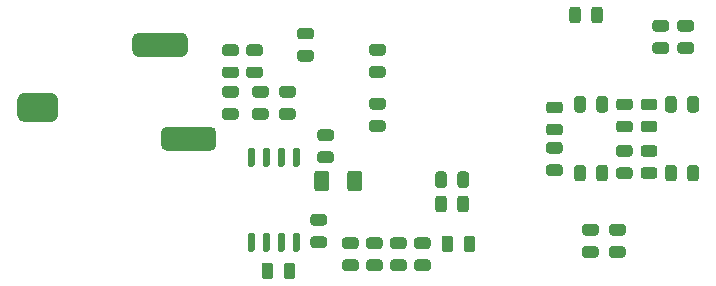
<source format=gtp>
G04 #@! TF.GenerationSoftware,KiCad,Pcbnew,(5.1.9)-1*
G04 #@! TF.CreationDate,2021-04-04T16:08:07-04:00*
G04 #@! TF.ProjectId,pi_zero_video_modulator,70695f7a-6572-46f5-9f76-6964656f5f6d,rev?*
G04 #@! TF.SameCoordinates,Original*
G04 #@! TF.FileFunction,Paste,Top*
G04 #@! TF.FilePolarity,Positive*
%FSLAX46Y46*%
G04 Gerber Fmt 4.6, Leading zero omitted, Abs format (unit mm)*
G04 Created by KiCad (PCBNEW (5.1.9)-1) date 2021-04-04 16:08:07*
%MOMM*%
%LPD*%
G01*
G04 APERTURE LIST*
G04 APERTURE END LIST*
G36*
G01*
X18253000Y-40125000D02*
X18253000Y-38875000D01*
G75*
G02*
X18878000Y-38250000I625000J0D01*
G01*
X21128000Y-38250000D01*
G75*
G02*
X21753000Y-38875000I0J-625000D01*
G01*
X21753000Y-40125000D01*
G75*
G02*
X21128000Y-40750000I-625000J0D01*
G01*
X18878000Y-40750000D01*
G75*
G02*
X18253000Y-40125000I0J625000D01*
G01*
G37*
G36*
G01*
X43325730Y-50411800D02*
X44238230Y-50411800D01*
G75*
G02*
X44481980Y-50655550I0J-243750D01*
G01*
X44481980Y-51143050D01*
G75*
G02*
X44238230Y-51386800I-243750J0D01*
G01*
X43325730Y-51386800D01*
G75*
G02*
X43081980Y-51143050I0J243750D01*
G01*
X43081980Y-50655550D01*
G75*
G02*
X43325730Y-50411800I243750J0D01*
G01*
G37*
G36*
G01*
X43325730Y-48536800D02*
X44238230Y-48536800D01*
G75*
G02*
X44481980Y-48780550I0J-243750D01*
G01*
X44481980Y-49268050D01*
G75*
G02*
X44238230Y-49511800I-243750J0D01*
G01*
X43325730Y-49511800D01*
G75*
G02*
X43081980Y-49268050I0J243750D01*
G01*
X43081980Y-48780550D01*
G75*
G02*
X43325730Y-48536800I243750J0D01*
G01*
G37*
G36*
G01*
X48311750Y-40582000D02*
X49224250Y-40582000D01*
G75*
G02*
X49468000Y-40825750I0J-243750D01*
G01*
X49468000Y-41313250D01*
G75*
G02*
X49224250Y-41557000I-243750J0D01*
G01*
X48311750Y-41557000D01*
G75*
G02*
X48068000Y-41313250I0J243750D01*
G01*
X48068000Y-40825750D01*
G75*
G02*
X48311750Y-40582000I243750J0D01*
G01*
G37*
G36*
G01*
X48311750Y-38707000D02*
X49224250Y-38707000D01*
G75*
G02*
X49468000Y-38950750I0J-243750D01*
G01*
X49468000Y-39438250D01*
G75*
G02*
X49224250Y-39682000I-243750J0D01*
G01*
X48311750Y-39682000D01*
G75*
G02*
X48068000Y-39438250I0J243750D01*
G01*
X48068000Y-38950750D01*
G75*
G02*
X48311750Y-38707000I243750J0D01*
G01*
G37*
G36*
G01*
X49224250Y-35110000D02*
X48311750Y-35110000D01*
G75*
G02*
X48068000Y-34866250I0J243750D01*
G01*
X48068000Y-34378750D01*
G75*
G02*
X48311750Y-34135000I243750J0D01*
G01*
X49224250Y-34135000D01*
G75*
G02*
X49468000Y-34378750I0J-243750D01*
G01*
X49468000Y-34866250D01*
G75*
G02*
X49224250Y-35110000I-243750J0D01*
G01*
G37*
G36*
G01*
X49224250Y-36985000D02*
X48311750Y-36985000D01*
G75*
G02*
X48068000Y-36741250I0J243750D01*
G01*
X48068000Y-36253750D01*
G75*
G02*
X48311750Y-36010000I243750J0D01*
G01*
X49224250Y-36010000D01*
G75*
G02*
X49468000Y-36253750I0J-243750D01*
G01*
X49468000Y-36741250D01*
G75*
G02*
X49224250Y-36985000I-243750J0D01*
G01*
G37*
G36*
G01*
X43135870Y-33735860D02*
X42223370Y-33735860D01*
G75*
G02*
X41979620Y-33492110I0J243750D01*
G01*
X41979620Y-33004610D01*
G75*
G02*
X42223370Y-32760860I243750J0D01*
G01*
X43135870Y-32760860D01*
G75*
G02*
X43379620Y-33004610I0J-243750D01*
G01*
X43379620Y-33492110D01*
G75*
G02*
X43135870Y-33735860I-243750J0D01*
G01*
G37*
G36*
G01*
X43135870Y-35610860D02*
X42223370Y-35610860D01*
G75*
G02*
X41979620Y-35367110I0J243750D01*
G01*
X41979620Y-34879610D01*
G75*
G02*
X42223370Y-34635860I243750J0D01*
G01*
X43135870Y-34635860D01*
G75*
G02*
X43379620Y-34879610I0J-243750D01*
G01*
X43379620Y-35367110D01*
G75*
G02*
X43135870Y-35610860I-243750J0D01*
G01*
G37*
G36*
G01*
X41734600Y-50120200D02*
X42034600Y-50120200D01*
G75*
G02*
X42184600Y-50270200I0J-150000D01*
G01*
X42184600Y-51570200D01*
G75*
G02*
X42034600Y-51720200I-150000J0D01*
G01*
X41734600Y-51720200D01*
G75*
G02*
X41584600Y-51570200I0J150000D01*
G01*
X41584600Y-50270200D01*
G75*
G02*
X41734600Y-50120200I150000J0D01*
G01*
G37*
G36*
G01*
X40464600Y-50120200D02*
X40764600Y-50120200D01*
G75*
G02*
X40914600Y-50270200I0J-150000D01*
G01*
X40914600Y-51570200D01*
G75*
G02*
X40764600Y-51720200I-150000J0D01*
G01*
X40464600Y-51720200D01*
G75*
G02*
X40314600Y-51570200I0J150000D01*
G01*
X40314600Y-50270200D01*
G75*
G02*
X40464600Y-50120200I150000J0D01*
G01*
G37*
G36*
G01*
X39194600Y-50120200D02*
X39494600Y-50120200D01*
G75*
G02*
X39644600Y-50270200I0J-150000D01*
G01*
X39644600Y-51570200D01*
G75*
G02*
X39494600Y-51720200I-150000J0D01*
G01*
X39194600Y-51720200D01*
G75*
G02*
X39044600Y-51570200I0J150000D01*
G01*
X39044600Y-50270200D01*
G75*
G02*
X39194600Y-50120200I150000J0D01*
G01*
G37*
G36*
G01*
X37924600Y-50120200D02*
X38224600Y-50120200D01*
G75*
G02*
X38374600Y-50270200I0J-150000D01*
G01*
X38374600Y-51570200D01*
G75*
G02*
X38224600Y-51720200I-150000J0D01*
G01*
X37924600Y-51720200D01*
G75*
G02*
X37774600Y-51570200I0J150000D01*
G01*
X37774600Y-50270200D01*
G75*
G02*
X37924600Y-50120200I150000J0D01*
G01*
G37*
G36*
G01*
X37924600Y-42920200D02*
X38224600Y-42920200D01*
G75*
G02*
X38374600Y-43070200I0J-150000D01*
G01*
X38374600Y-44370200D01*
G75*
G02*
X38224600Y-44520200I-150000J0D01*
G01*
X37924600Y-44520200D01*
G75*
G02*
X37774600Y-44370200I0J150000D01*
G01*
X37774600Y-43070200D01*
G75*
G02*
X37924600Y-42920200I150000J0D01*
G01*
G37*
G36*
G01*
X39194600Y-42920200D02*
X39494600Y-42920200D01*
G75*
G02*
X39644600Y-43070200I0J-150000D01*
G01*
X39644600Y-44370200D01*
G75*
G02*
X39494600Y-44520200I-150000J0D01*
G01*
X39194600Y-44520200D01*
G75*
G02*
X39044600Y-44370200I0J150000D01*
G01*
X39044600Y-43070200D01*
G75*
G02*
X39194600Y-42920200I150000J0D01*
G01*
G37*
G36*
G01*
X40464600Y-42920200D02*
X40764600Y-42920200D01*
G75*
G02*
X40914600Y-43070200I0J-150000D01*
G01*
X40914600Y-44370200D01*
G75*
G02*
X40764600Y-44520200I-150000J0D01*
G01*
X40464600Y-44520200D01*
G75*
G02*
X40314600Y-44370200I0J150000D01*
G01*
X40314600Y-43070200D01*
G75*
G02*
X40464600Y-42920200I150000J0D01*
G01*
G37*
G36*
G01*
X41734600Y-42920200D02*
X42034600Y-42920200D01*
G75*
G02*
X42184600Y-43070200I0J-150000D01*
G01*
X42184600Y-44370200D01*
G75*
G02*
X42034600Y-44520200I-150000J0D01*
G01*
X41734600Y-44520200D01*
G75*
G02*
X41584600Y-44370200I0J150000D01*
G01*
X41584600Y-43070200D01*
G75*
G02*
X41734600Y-42920200I150000J0D01*
G01*
G37*
G36*
G01*
X69215950Y-38757800D02*
X70128450Y-38757800D01*
G75*
G02*
X70372200Y-39001550I0J-243750D01*
G01*
X70372200Y-39489050D01*
G75*
G02*
X70128450Y-39732800I-243750J0D01*
G01*
X69215950Y-39732800D01*
G75*
G02*
X68972200Y-39489050I0J243750D01*
G01*
X68972200Y-39001550D01*
G75*
G02*
X69215950Y-38757800I243750J0D01*
G01*
G37*
G36*
G01*
X69215950Y-40632800D02*
X70128450Y-40632800D01*
G75*
G02*
X70372200Y-40876550I0J-243750D01*
G01*
X70372200Y-41364050D01*
G75*
G02*
X70128450Y-41607800I-243750J0D01*
G01*
X69215950Y-41607800D01*
G75*
G02*
X68972200Y-41364050I0J243750D01*
G01*
X68972200Y-40876550D01*
G75*
G02*
X69215950Y-40632800I243750J0D01*
G01*
G37*
G36*
G01*
X73124000Y-39699250D02*
X73124000Y-38786750D01*
G75*
G02*
X73367750Y-38543000I243750J0D01*
G01*
X73855250Y-38543000D01*
G75*
G02*
X74099000Y-38786750I0J-243750D01*
G01*
X74099000Y-39699250D01*
G75*
G02*
X73855250Y-39943000I-243750J0D01*
G01*
X73367750Y-39943000D01*
G75*
G02*
X73124000Y-39699250I0J243750D01*
G01*
G37*
G36*
G01*
X74999000Y-39699250D02*
X74999000Y-38786750D01*
G75*
G02*
X75242750Y-38543000I243750J0D01*
G01*
X75730250Y-38543000D01*
G75*
G02*
X75974000Y-38786750I0J-243750D01*
G01*
X75974000Y-39699250D01*
G75*
G02*
X75730250Y-39943000I-243750J0D01*
G01*
X75242750Y-39943000D01*
G75*
G02*
X74999000Y-39699250I0J243750D01*
G01*
G37*
G36*
G01*
X71298750Y-38757800D02*
X72211250Y-38757800D01*
G75*
G02*
X72455000Y-39001550I0J-243750D01*
G01*
X72455000Y-39489050D01*
G75*
G02*
X72211250Y-39732800I-243750J0D01*
G01*
X71298750Y-39732800D01*
G75*
G02*
X71055000Y-39489050I0J243750D01*
G01*
X71055000Y-39001550D01*
G75*
G02*
X71298750Y-38757800I243750J0D01*
G01*
G37*
G36*
G01*
X71298750Y-40632800D02*
X72211250Y-40632800D01*
G75*
G02*
X72455000Y-40876550I0J-243750D01*
G01*
X72455000Y-41364050D01*
G75*
G02*
X72211250Y-41607800I-243750J0D01*
G01*
X71298750Y-41607800D01*
G75*
G02*
X71055000Y-41364050I0J243750D01*
G01*
X71055000Y-40876550D01*
G75*
G02*
X71298750Y-40632800I243750J0D01*
G01*
G37*
G36*
G01*
X65427800Y-39699250D02*
X65427800Y-38786750D01*
G75*
G02*
X65671550Y-38543000I243750J0D01*
G01*
X66159050Y-38543000D01*
G75*
G02*
X66402800Y-38786750I0J-243750D01*
G01*
X66402800Y-39699250D01*
G75*
G02*
X66159050Y-39943000I-243750J0D01*
G01*
X65671550Y-39943000D01*
G75*
G02*
X65427800Y-39699250I0J243750D01*
G01*
G37*
G36*
G01*
X67302800Y-39699250D02*
X67302800Y-38786750D01*
G75*
G02*
X67546550Y-38543000I243750J0D01*
G01*
X68034050Y-38543000D01*
G75*
G02*
X68277800Y-38786750I0J-243750D01*
G01*
X68277800Y-39699250D01*
G75*
G02*
X68034050Y-39943000I-243750J0D01*
G01*
X67546550Y-39943000D01*
G75*
G02*
X67302800Y-39699250I0J243750D01*
G01*
G37*
G36*
G01*
X72289350Y-33978000D02*
X73201850Y-33978000D01*
G75*
G02*
X73445600Y-34221750I0J-243750D01*
G01*
X73445600Y-34709250D01*
G75*
G02*
X73201850Y-34953000I-243750J0D01*
G01*
X72289350Y-34953000D01*
G75*
G02*
X72045600Y-34709250I0J243750D01*
G01*
X72045600Y-34221750D01*
G75*
G02*
X72289350Y-33978000I243750J0D01*
G01*
G37*
G36*
G01*
X72289350Y-32103000D02*
X73201850Y-32103000D01*
G75*
G02*
X73445600Y-32346750I0J-243750D01*
G01*
X73445600Y-32834250D01*
G75*
G02*
X73201850Y-33078000I-243750J0D01*
G01*
X72289350Y-33078000D01*
G75*
G02*
X72045600Y-32834250I0J243750D01*
G01*
X72045600Y-32346750D01*
G75*
G02*
X72289350Y-32103000I243750J0D01*
G01*
G37*
G36*
G01*
X36778250Y-35135400D02*
X35865750Y-35135400D01*
G75*
G02*
X35622000Y-34891650I0J243750D01*
G01*
X35622000Y-34404150D01*
G75*
G02*
X35865750Y-34160400I243750J0D01*
G01*
X36778250Y-34160400D01*
G75*
G02*
X37022000Y-34404150I0J-243750D01*
G01*
X37022000Y-34891650D01*
G75*
G02*
X36778250Y-35135400I-243750J0D01*
G01*
G37*
G36*
G01*
X36778250Y-37010400D02*
X35865750Y-37010400D01*
G75*
G02*
X35622000Y-36766650I0J243750D01*
G01*
X35622000Y-36279150D01*
G75*
G02*
X35865750Y-36035400I243750J0D01*
G01*
X36778250Y-36035400D01*
G75*
G02*
X37022000Y-36279150I0J-243750D01*
G01*
X37022000Y-36766650D01*
G75*
G02*
X36778250Y-37010400I-243750J0D01*
G01*
G37*
G36*
G01*
X64210250Y-39986800D02*
X63297750Y-39986800D01*
G75*
G02*
X63054000Y-39743050I0J243750D01*
G01*
X63054000Y-39255550D01*
G75*
G02*
X63297750Y-39011800I243750J0D01*
G01*
X64210250Y-39011800D01*
G75*
G02*
X64454000Y-39255550I0J-243750D01*
G01*
X64454000Y-39743050D01*
G75*
G02*
X64210250Y-39986800I-243750J0D01*
G01*
G37*
G36*
G01*
X64210250Y-41861800D02*
X63297750Y-41861800D01*
G75*
G02*
X63054000Y-41618050I0J243750D01*
G01*
X63054000Y-41130550D01*
G75*
G02*
X63297750Y-40886800I243750J0D01*
G01*
X64210250Y-40886800D01*
G75*
G02*
X64454000Y-41130550I0J-243750D01*
G01*
X64454000Y-41618050D01*
G75*
G02*
X64210250Y-41861800I-243750J0D01*
G01*
G37*
G36*
G01*
X70128450Y-43669800D02*
X69215950Y-43669800D01*
G75*
G02*
X68972200Y-43426050I0J243750D01*
G01*
X68972200Y-42938550D01*
G75*
G02*
X69215950Y-42694800I243750J0D01*
G01*
X70128450Y-42694800D01*
G75*
G02*
X70372200Y-42938550I0J-243750D01*
G01*
X70372200Y-43426050D01*
G75*
G02*
X70128450Y-43669800I-243750J0D01*
G01*
G37*
G36*
G01*
X70128450Y-45544800D02*
X69215950Y-45544800D01*
G75*
G02*
X68972200Y-45301050I0J243750D01*
G01*
X68972200Y-44813550D01*
G75*
G02*
X69215950Y-44569800I243750J0D01*
G01*
X70128450Y-44569800D01*
G75*
G02*
X70372200Y-44813550I0J-243750D01*
G01*
X70372200Y-45301050D01*
G75*
G02*
X70128450Y-45544800I-243750J0D01*
G01*
G37*
G36*
G01*
X63297750Y-44315800D02*
X64210250Y-44315800D01*
G75*
G02*
X64454000Y-44559550I0J-243750D01*
G01*
X64454000Y-45047050D01*
G75*
G02*
X64210250Y-45290800I-243750J0D01*
G01*
X63297750Y-45290800D01*
G75*
G02*
X63054000Y-45047050I0J243750D01*
G01*
X63054000Y-44559550D01*
G75*
G02*
X63297750Y-44315800I243750J0D01*
G01*
G37*
G36*
G01*
X63297750Y-42440800D02*
X64210250Y-42440800D01*
G75*
G02*
X64454000Y-42684550I0J-243750D01*
G01*
X64454000Y-43172050D01*
G75*
G02*
X64210250Y-43415800I-243750J0D01*
G01*
X63297750Y-43415800D01*
G75*
G02*
X63054000Y-43172050I0J243750D01*
G01*
X63054000Y-42684550D01*
G75*
G02*
X63297750Y-42440800I243750J0D01*
G01*
G37*
G36*
G01*
X74999000Y-45515850D02*
X74999000Y-44603350D01*
G75*
G02*
X75242750Y-44359600I243750J0D01*
G01*
X75730250Y-44359600D01*
G75*
G02*
X75974000Y-44603350I0J-243750D01*
G01*
X75974000Y-45515850D01*
G75*
G02*
X75730250Y-45759600I-243750J0D01*
G01*
X75242750Y-45759600D01*
G75*
G02*
X74999000Y-45515850I0J243750D01*
G01*
G37*
G36*
G01*
X73124000Y-45515850D02*
X73124000Y-44603350D01*
G75*
G02*
X73367750Y-44359600I243750J0D01*
G01*
X73855250Y-44359600D01*
G75*
G02*
X74099000Y-44603350I0J-243750D01*
G01*
X74099000Y-45515850D01*
G75*
G02*
X73855250Y-45759600I-243750J0D01*
G01*
X73367750Y-45759600D01*
G75*
G02*
X73124000Y-45515850I0J243750D01*
G01*
G37*
G36*
G01*
X68631750Y-51250000D02*
X69544250Y-51250000D01*
G75*
G02*
X69788000Y-51493750I0J-243750D01*
G01*
X69788000Y-51981250D01*
G75*
G02*
X69544250Y-52225000I-243750J0D01*
G01*
X68631750Y-52225000D01*
G75*
G02*
X68388000Y-51981250I0J243750D01*
G01*
X68388000Y-51493750D01*
G75*
G02*
X68631750Y-51250000I243750J0D01*
G01*
G37*
G36*
G01*
X68631750Y-49375000D02*
X69544250Y-49375000D01*
G75*
G02*
X69788000Y-49618750I0J-243750D01*
G01*
X69788000Y-50106250D01*
G75*
G02*
X69544250Y-50350000I-243750J0D01*
G01*
X68631750Y-50350000D01*
G75*
G02*
X68388000Y-50106250I0J243750D01*
G01*
X68388000Y-49618750D01*
G75*
G02*
X68631750Y-49375000I243750J0D01*
G01*
G37*
G36*
G01*
X66345750Y-51250000D02*
X67258250Y-51250000D01*
G75*
G02*
X67502000Y-51493750I0J-243750D01*
G01*
X67502000Y-51981250D01*
G75*
G02*
X67258250Y-52225000I-243750J0D01*
G01*
X66345750Y-52225000D01*
G75*
G02*
X66102000Y-51981250I0J243750D01*
G01*
X66102000Y-51493750D01*
G75*
G02*
X66345750Y-51250000I243750J0D01*
G01*
G37*
G36*
G01*
X66345750Y-49375000D02*
X67258250Y-49375000D01*
G75*
G02*
X67502000Y-49618750I0J-243750D01*
G01*
X67502000Y-50106250D01*
G75*
G02*
X67258250Y-50350000I-243750J0D01*
G01*
X66345750Y-50350000D01*
G75*
G02*
X66102000Y-50106250I0J243750D01*
G01*
X66102000Y-49618750D01*
G75*
G02*
X66345750Y-49375000I243750J0D01*
G01*
G37*
G36*
G01*
X54634980Y-45159610D02*
X54634980Y-46072110D01*
G75*
G02*
X54391230Y-46315860I-243750J0D01*
G01*
X53903730Y-46315860D01*
G75*
G02*
X53659980Y-46072110I0J243750D01*
G01*
X53659980Y-45159610D01*
G75*
G02*
X53903730Y-44915860I243750J0D01*
G01*
X54391230Y-44915860D01*
G75*
G02*
X54634980Y-45159610I0J-243750D01*
G01*
G37*
G36*
G01*
X56509980Y-45159610D02*
X56509980Y-46072110D01*
G75*
G02*
X56266230Y-46315860I-243750J0D01*
G01*
X55778730Y-46315860D01*
G75*
G02*
X55534980Y-46072110I0J243750D01*
G01*
X55534980Y-45159610D01*
G75*
G02*
X55778730Y-44915860I243750J0D01*
G01*
X56266230Y-44915860D01*
G75*
G02*
X56509980Y-45159610I0J-243750D01*
G01*
G37*
G36*
G01*
X66871000Y-32130050D02*
X66871000Y-31217550D01*
G75*
G02*
X67114750Y-30973800I243750J0D01*
G01*
X67602250Y-30973800D01*
G75*
G02*
X67846000Y-31217550I0J-243750D01*
G01*
X67846000Y-32130050D01*
G75*
G02*
X67602250Y-32373800I-243750J0D01*
G01*
X67114750Y-32373800D01*
G75*
G02*
X66871000Y-32130050I0J243750D01*
G01*
G37*
G36*
G01*
X64996000Y-32130050D02*
X64996000Y-31217550D01*
G75*
G02*
X65239750Y-30973800I243750J0D01*
G01*
X65727250Y-30973800D01*
G75*
G02*
X65971000Y-31217550I0J-243750D01*
G01*
X65971000Y-32130050D01*
G75*
G02*
X65727250Y-32373800I-243750J0D01*
G01*
X65239750Y-32373800D01*
G75*
G02*
X64996000Y-32130050I0J243750D01*
G01*
G37*
G36*
G01*
X74397550Y-33978000D02*
X75310050Y-33978000D01*
G75*
G02*
X75553800Y-34221750I0J-243750D01*
G01*
X75553800Y-34709250D01*
G75*
G02*
X75310050Y-34953000I-243750J0D01*
G01*
X74397550Y-34953000D01*
G75*
G02*
X74153800Y-34709250I0J243750D01*
G01*
X74153800Y-34221750D01*
G75*
G02*
X74397550Y-33978000I243750J0D01*
G01*
G37*
G36*
G01*
X74397550Y-32103000D02*
X75310050Y-32103000D01*
G75*
G02*
X75553800Y-32346750I0J-243750D01*
G01*
X75553800Y-32834250D01*
G75*
G02*
X75310050Y-33078000I-243750J0D01*
G01*
X74397550Y-33078000D01*
G75*
G02*
X74153800Y-32834250I0J243750D01*
G01*
X74153800Y-32346750D01*
G75*
G02*
X74397550Y-32103000I243750J0D01*
G01*
G37*
G36*
G01*
X38405750Y-39566000D02*
X39318250Y-39566000D01*
G75*
G02*
X39562000Y-39809750I0J-243750D01*
G01*
X39562000Y-40297250D01*
G75*
G02*
X39318250Y-40541000I-243750J0D01*
G01*
X38405750Y-40541000D01*
G75*
G02*
X38162000Y-40297250I0J243750D01*
G01*
X38162000Y-39809750D01*
G75*
G02*
X38405750Y-39566000I243750J0D01*
G01*
G37*
G36*
G01*
X38405750Y-37691000D02*
X39318250Y-37691000D01*
G75*
G02*
X39562000Y-37934750I0J-243750D01*
G01*
X39562000Y-38422250D01*
G75*
G02*
X39318250Y-38666000I-243750J0D01*
G01*
X38405750Y-38666000D01*
G75*
G02*
X38162000Y-38422250I0J243750D01*
G01*
X38162000Y-37934750D01*
G75*
G02*
X38405750Y-37691000I243750J0D01*
G01*
G37*
G36*
G01*
X41604250Y-38666000D02*
X40691750Y-38666000D01*
G75*
G02*
X40448000Y-38422250I0J243750D01*
G01*
X40448000Y-37934750D01*
G75*
G02*
X40691750Y-37691000I243750J0D01*
G01*
X41604250Y-37691000D01*
G75*
G02*
X41848000Y-37934750I0J-243750D01*
G01*
X41848000Y-38422250D01*
G75*
G02*
X41604250Y-38666000I-243750J0D01*
G01*
G37*
G36*
G01*
X41604250Y-40541000D02*
X40691750Y-40541000D01*
G75*
G02*
X40448000Y-40297250I0J243750D01*
G01*
X40448000Y-39809750D01*
G75*
G02*
X40691750Y-39566000I243750J0D01*
G01*
X41604250Y-39566000D01*
G75*
G02*
X41848000Y-39809750I0J-243750D01*
G01*
X41848000Y-40297250D01*
G75*
G02*
X41604250Y-40541000I-243750J0D01*
G01*
G37*
G36*
G01*
X30942200Y-41136200D02*
X34622200Y-41136200D01*
G75*
G02*
X35132200Y-41646200I0J-510000D01*
G01*
X35132200Y-42666200D01*
G75*
G02*
X34622200Y-43176200I-510000J0D01*
G01*
X30942200Y-43176200D01*
G75*
G02*
X30432200Y-42666200I0J510000D01*
G01*
X30432200Y-41646200D01*
G75*
G02*
X30942200Y-41136200I510000J0D01*
G01*
G37*
G36*
G01*
X28522200Y-33176200D02*
X32202200Y-33176200D01*
G75*
G02*
X32712200Y-33686200I0J-510000D01*
G01*
X32712200Y-34706200D01*
G75*
G02*
X32202200Y-35216200I-510000J0D01*
G01*
X28522200Y-35216200D01*
G75*
G02*
X28012200Y-34706200I0J510000D01*
G01*
X28012200Y-33686200D01*
G75*
G02*
X28522200Y-33176200I510000J0D01*
G01*
G37*
G36*
G01*
X72211250Y-43669800D02*
X71298750Y-43669800D01*
G75*
G02*
X71055000Y-43426050I0J243750D01*
G01*
X71055000Y-42938550D01*
G75*
G02*
X71298750Y-42694800I243750J0D01*
G01*
X72211250Y-42694800D01*
G75*
G02*
X72455000Y-42938550I0J-243750D01*
G01*
X72455000Y-43426050D01*
G75*
G02*
X72211250Y-43669800I-243750J0D01*
G01*
G37*
G36*
G01*
X72211250Y-45544800D02*
X71298750Y-45544800D01*
G75*
G02*
X71055000Y-45301050I0J243750D01*
G01*
X71055000Y-44813550D01*
G75*
G02*
X71298750Y-44569800I243750J0D01*
G01*
X72211250Y-44569800D01*
G75*
G02*
X72455000Y-44813550I0J-243750D01*
G01*
X72455000Y-45301050D01*
G75*
G02*
X72211250Y-45544800I-243750J0D01*
G01*
G37*
G36*
G01*
X67302800Y-45515850D02*
X67302800Y-44603350D01*
G75*
G02*
X67546550Y-44359600I243750J0D01*
G01*
X68034050Y-44359600D01*
G75*
G02*
X68277800Y-44603350I0J-243750D01*
G01*
X68277800Y-45515850D01*
G75*
G02*
X68034050Y-45759600I-243750J0D01*
G01*
X67546550Y-45759600D01*
G75*
G02*
X67302800Y-45515850I0J243750D01*
G01*
G37*
G36*
G01*
X65427800Y-45515850D02*
X65427800Y-44603350D01*
G75*
G02*
X65671550Y-44359600I243750J0D01*
G01*
X66159050Y-44359600D01*
G75*
G02*
X66402800Y-44603350I0J-243750D01*
G01*
X66402800Y-45515850D01*
G75*
G02*
X66159050Y-45759600I-243750J0D01*
G01*
X65671550Y-45759600D01*
G75*
G02*
X65427800Y-45515850I0J243750D01*
G01*
G37*
G36*
G01*
X54632440Y-47219550D02*
X54632440Y-48132050D01*
G75*
G02*
X54388690Y-48375800I-243750J0D01*
G01*
X53901190Y-48375800D01*
G75*
G02*
X53657440Y-48132050I0J243750D01*
G01*
X53657440Y-47219550D01*
G75*
G02*
X53901190Y-46975800I243750J0D01*
G01*
X54388690Y-46975800D01*
G75*
G02*
X54632440Y-47219550I0J-243750D01*
G01*
G37*
G36*
G01*
X56507440Y-47219550D02*
X56507440Y-48132050D01*
G75*
G02*
X56263690Y-48375800I-243750J0D01*
G01*
X55776190Y-48375800D01*
G75*
G02*
X55532440Y-48132050I0J243750D01*
G01*
X55532440Y-47219550D01*
G75*
G02*
X55776190Y-46975800I243750J0D01*
G01*
X56263690Y-46975800D01*
G75*
G02*
X56507440Y-47219550I0J-243750D01*
G01*
G37*
G36*
G01*
X55176000Y-50597750D02*
X55176000Y-51510250D01*
G75*
G02*
X54932250Y-51754000I-243750J0D01*
G01*
X54444750Y-51754000D01*
G75*
G02*
X54201000Y-51510250I0J243750D01*
G01*
X54201000Y-50597750D01*
G75*
G02*
X54444750Y-50354000I243750J0D01*
G01*
X54932250Y-50354000D01*
G75*
G02*
X55176000Y-50597750I0J-243750D01*
G01*
G37*
G36*
G01*
X57051000Y-50597750D02*
X57051000Y-51510250D01*
G75*
G02*
X56807250Y-51754000I-243750J0D01*
G01*
X56319750Y-51754000D01*
G75*
G02*
X56076000Y-51510250I0J243750D01*
G01*
X56076000Y-50597750D01*
G75*
G02*
X56319750Y-50354000I243750J0D01*
G01*
X56807250Y-50354000D01*
G75*
G02*
X57051000Y-50597750I0J-243750D01*
G01*
G37*
G36*
G01*
X43415600Y-46345000D02*
X43415600Y-45095000D01*
G75*
G02*
X43665600Y-44845000I250000J0D01*
G01*
X44415600Y-44845000D01*
G75*
G02*
X44665600Y-45095000I0J-250000D01*
G01*
X44665600Y-46345000D01*
G75*
G02*
X44415600Y-46595000I-250000J0D01*
G01*
X43665600Y-46595000D01*
G75*
G02*
X43415600Y-46345000I0J250000D01*
G01*
G37*
G36*
G01*
X46215600Y-46345000D02*
X46215600Y-45095000D01*
G75*
G02*
X46465600Y-44845000I250000J0D01*
G01*
X47215600Y-44845000D01*
G75*
G02*
X47465600Y-45095000I0J-250000D01*
G01*
X47465600Y-46345000D01*
G75*
G02*
X47215600Y-46595000I-250000J0D01*
G01*
X46465600Y-46595000D01*
G75*
G02*
X46215600Y-46345000I0J250000D01*
G01*
G37*
G36*
G01*
X52121750Y-52367600D02*
X53034250Y-52367600D01*
G75*
G02*
X53278000Y-52611350I0J-243750D01*
G01*
X53278000Y-53098850D01*
G75*
G02*
X53034250Y-53342600I-243750J0D01*
G01*
X52121750Y-53342600D01*
G75*
G02*
X51878000Y-53098850I0J243750D01*
G01*
X51878000Y-52611350D01*
G75*
G02*
X52121750Y-52367600I243750J0D01*
G01*
G37*
G36*
G01*
X52121750Y-50492600D02*
X53034250Y-50492600D01*
G75*
G02*
X53278000Y-50736350I0J-243750D01*
G01*
X53278000Y-51223850D01*
G75*
G02*
X53034250Y-51467600I-243750J0D01*
G01*
X52121750Y-51467600D01*
G75*
G02*
X51878000Y-51223850I0J243750D01*
G01*
X51878000Y-50736350D01*
G75*
G02*
X52121750Y-50492600I243750J0D01*
G01*
G37*
G36*
G01*
X50089750Y-52367600D02*
X51002250Y-52367600D01*
G75*
G02*
X51246000Y-52611350I0J-243750D01*
G01*
X51246000Y-53098850D01*
G75*
G02*
X51002250Y-53342600I-243750J0D01*
G01*
X50089750Y-53342600D01*
G75*
G02*
X49846000Y-53098850I0J243750D01*
G01*
X49846000Y-52611350D01*
G75*
G02*
X50089750Y-52367600I243750J0D01*
G01*
G37*
G36*
G01*
X50089750Y-50492600D02*
X51002250Y-50492600D01*
G75*
G02*
X51246000Y-50736350I0J-243750D01*
G01*
X51246000Y-51223850D01*
G75*
G02*
X51002250Y-51467600I-243750J0D01*
G01*
X50089750Y-51467600D01*
G75*
G02*
X49846000Y-51223850I0J243750D01*
G01*
X49846000Y-50736350D01*
G75*
G02*
X50089750Y-50492600I243750J0D01*
G01*
G37*
G36*
G01*
X48057750Y-52367600D02*
X48970250Y-52367600D01*
G75*
G02*
X49214000Y-52611350I0J-243750D01*
G01*
X49214000Y-53098850D01*
G75*
G02*
X48970250Y-53342600I-243750J0D01*
G01*
X48057750Y-53342600D01*
G75*
G02*
X47814000Y-53098850I0J243750D01*
G01*
X47814000Y-52611350D01*
G75*
G02*
X48057750Y-52367600I243750J0D01*
G01*
G37*
G36*
G01*
X48057750Y-50492600D02*
X48970250Y-50492600D01*
G75*
G02*
X49214000Y-50736350I0J-243750D01*
G01*
X49214000Y-51223850D01*
G75*
G02*
X48970250Y-51467600I-243750J0D01*
G01*
X48057750Y-51467600D01*
G75*
G02*
X47814000Y-51223850I0J243750D01*
G01*
X47814000Y-50736350D01*
G75*
G02*
X48057750Y-50492600I243750J0D01*
G01*
G37*
G36*
G01*
X46025750Y-52367600D02*
X46938250Y-52367600D01*
G75*
G02*
X47182000Y-52611350I0J-243750D01*
G01*
X47182000Y-53098850D01*
G75*
G02*
X46938250Y-53342600I-243750J0D01*
G01*
X46025750Y-53342600D01*
G75*
G02*
X45782000Y-53098850I0J243750D01*
G01*
X45782000Y-52611350D01*
G75*
G02*
X46025750Y-52367600I243750J0D01*
G01*
G37*
G36*
G01*
X46025750Y-50492600D02*
X46938250Y-50492600D01*
G75*
G02*
X47182000Y-50736350I0J-243750D01*
G01*
X47182000Y-51223850D01*
G75*
G02*
X46938250Y-51467600I-243750J0D01*
G01*
X46025750Y-51467600D01*
G75*
G02*
X45782000Y-51223850I0J243750D01*
G01*
X45782000Y-50736350D01*
G75*
G02*
X46025750Y-50492600I243750J0D01*
G01*
G37*
G36*
G01*
X40836000Y-53796250D02*
X40836000Y-52883750D01*
G75*
G02*
X41079750Y-52640000I243750J0D01*
G01*
X41567250Y-52640000D01*
G75*
G02*
X41811000Y-52883750I0J-243750D01*
G01*
X41811000Y-53796250D01*
G75*
G02*
X41567250Y-54040000I-243750J0D01*
G01*
X41079750Y-54040000D01*
G75*
G02*
X40836000Y-53796250I0J243750D01*
G01*
G37*
G36*
G01*
X38961000Y-53796250D02*
X38961000Y-52883750D01*
G75*
G02*
X39204750Y-52640000I243750J0D01*
G01*
X39692250Y-52640000D01*
G75*
G02*
X39936000Y-52883750I0J-243750D01*
G01*
X39936000Y-53796250D01*
G75*
G02*
X39692250Y-54040000I-243750J0D01*
G01*
X39204750Y-54040000D01*
G75*
G02*
X38961000Y-53796250I0J243750D01*
G01*
G37*
G36*
G01*
X35865750Y-39566000D02*
X36778250Y-39566000D01*
G75*
G02*
X37022000Y-39809750I0J-243750D01*
G01*
X37022000Y-40297250D01*
G75*
G02*
X36778250Y-40541000I-243750J0D01*
G01*
X35865750Y-40541000D01*
G75*
G02*
X35622000Y-40297250I0J243750D01*
G01*
X35622000Y-39809750D01*
G75*
G02*
X35865750Y-39566000I243750J0D01*
G01*
G37*
G36*
G01*
X35865750Y-37691000D02*
X36778250Y-37691000D01*
G75*
G02*
X37022000Y-37934750I0J-243750D01*
G01*
X37022000Y-38422250D01*
G75*
G02*
X36778250Y-38666000I-243750J0D01*
G01*
X35865750Y-38666000D01*
G75*
G02*
X35622000Y-38422250I0J243750D01*
G01*
X35622000Y-37934750D01*
G75*
G02*
X35865750Y-37691000I243750J0D01*
G01*
G37*
G36*
G01*
X37897750Y-36035400D02*
X38810250Y-36035400D01*
G75*
G02*
X39054000Y-36279150I0J-243750D01*
G01*
X39054000Y-36766650D01*
G75*
G02*
X38810250Y-37010400I-243750J0D01*
G01*
X37897750Y-37010400D01*
G75*
G02*
X37654000Y-36766650I0J243750D01*
G01*
X37654000Y-36279150D01*
G75*
G02*
X37897750Y-36035400I243750J0D01*
G01*
G37*
G36*
G01*
X37897750Y-34160400D02*
X38810250Y-34160400D01*
G75*
G02*
X39054000Y-34404150I0J-243750D01*
G01*
X39054000Y-34891650D01*
G75*
G02*
X38810250Y-35135400I-243750J0D01*
G01*
X37897750Y-35135400D01*
G75*
G02*
X37654000Y-34891650I0J243750D01*
G01*
X37654000Y-34404150D01*
G75*
G02*
X37897750Y-34160400I243750J0D01*
G01*
G37*
G36*
G01*
X44830050Y-42323600D02*
X43917550Y-42323600D01*
G75*
G02*
X43673800Y-42079850I0J243750D01*
G01*
X43673800Y-41592350D01*
G75*
G02*
X43917550Y-41348600I243750J0D01*
G01*
X44830050Y-41348600D01*
G75*
G02*
X45073800Y-41592350I0J-243750D01*
G01*
X45073800Y-42079850D01*
G75*
G02*
X44830050Y-42323600I-243750J0D01*
G01*
G37*
G36*
G01*
X44830050Y-44198600D02*
X43917550Y-44198600D01*
G75*
G02*
X43673800Y-43954850I0J243750D01*
G01*
X43673800Y-43467350D01*
G75*
G02*
X43917550Y-43223600I243750J0D01*
G01*
X44830050Y-43223600D01*
G75*
G02*
X45073800Y-43467350I0J-243750D01*
G01*
X45073800Y-43954850D01*
G75*
G02*
X44830050Y-44198600I-243750J0D01*
G01*
G37*
M02*

</source>
